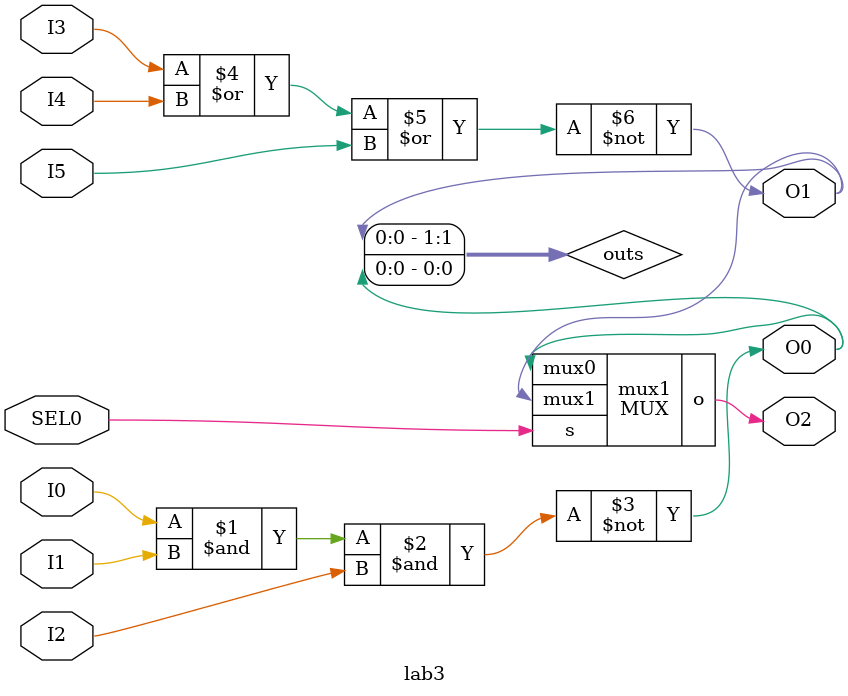
<source format=v>
module MUX(input mux0, input mux1, input s, output o);
	assign o = (mux0 & ~s) | (mux1 & s);

endmodule





module lab3(input I0, input I1, input I2, input I3, input I4, input I5, input SEL0,
	output O0, output O1, output O2);
	
	
	wire [1:0] outs;
	
	
	nand nand1(outs[0], I0, I1, I2);
	nor nor1(outs[1], I3, I4, I5);
	MUX mux1(outs[0], outs[1], SEL0, O2);
	assign O0 = outs[0];
	assign O1 = outs[1];


endmodule
</source>
